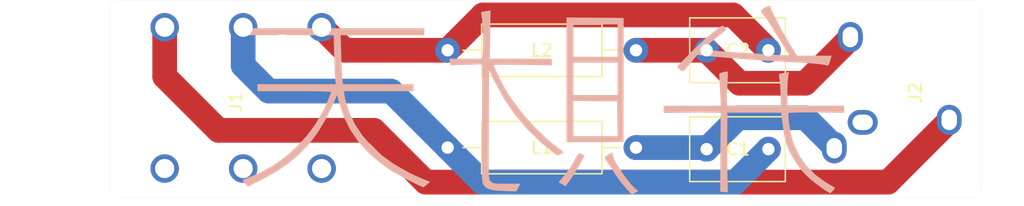
<source format=kicad_pcb>
(kicad_pcb (version 20171130) (host pcbnew "(5.0.2)-1")

  (general
    (thickness 1.6)
    (drawings 8)
    (tracks 33)
    (zones 0)
    (modules 7)
    (nets 6)
  )

  (page A4)
  (layers
    (0 F.Cu signal)
    (31 B.Cu signal)
    (32 B.Adhes user hide)
    (33 F.Adhes user hide)
    (34 B.Paste user hide)
    (35 F.Paste user hide)
    (36 B.SilkS user)
    (37 F.SilkS user)
    (38 B.Mask user hide)
    (39 F.Mask user)
    (40 Dwgs.User user)
    (41 Cmts.User user)
    (42 Eco1.User user)
    (43 Eco2.User user hide)
    (44 Edge.Cuts user)
    (45 Margin user)
    (46 B.CrtYd user)
    (47 F.CrtYd user)
    (48 B.Fab user)
    (49 F.Fab user)
  )

  (setup
    (last_trace_width 2)
    (trace_clearance 0.2)
    (zone_clearance 0.508)
    (zone_45_only no)
    (trace_min 0.2)
    (segment_width 0.2)
    (edge_width 0.01)
    (via_size 0.8)
    (via_drill 0.4)
    (via_min_size 0.4)
    (via_min_drill 0.3)
    (uvia_size 0.3)
    (uvia_drill 0.1)
    (uvias_allowed no)
    (uvia_min_size 0.2)
    (uvia_min_drill 0.1)
    (pcb_text_width 0.3)
    (pcb_text_size 1.5 1.5)
    (mod_edge_width 0.15)
    (mod_text_size 1 1)
    (mod_text_width 0.15)
    (pad_size 1.5 1.5)
    (pad_drill 0.6)
    (pad_to_mask_clearance 0)
    (solder_mask_min_width 0.25)
    (aux_axis_origin 0 0)
    (visible_elements 7FFFFFFF)
    (pcbplotparams
      (layerselection 0x010fc_ffffffff)
      (usegerberextensions false)
      (usegerberattributes false)
      (usegerberadvancedattributes false)
      (creategerberjobfile false)
      (excludeedgelayer true)
      (linewidth 0.100000)
      (plotframeref false)
      (viasonmask false)
      (mode 1)
      (useauxorigin false)
      (hpglpennumber 1)
      (hpglpenspeed 20)
      (hpglpendiameter 15.000000)
      (psnegative false)
      (psa4output false)
      (plotreference true)
      (plotvalue true)
      (plotinvisibletext false)
      (padsonsilk false)
      (subtractmaskfromsilk false)
      (outputformat 1)
      (mirror false)
      (drillshape 1)
      (scaleselection 1)
      (outputdirectory ""))
  )

  (net 0 "")
  (net 1 "Net-(C1-Pad2)")
  (net 2 "Net-(C1-Pad1)")
  (net 3 "Net-(C2-Pad1)")
  (net 4 "Net-(C2-Pad2)")
  (net 5 "Net-(J1-PadS)")

  (net_class Default "This is the default net class."
    (clearance 0.2)
    (trace_width 2)
    (via_dia 0.8)
    (via_drill 0.4)
    (uvia_dia 0.3)
    (uvia_drill 0.1)
    (add_net "Net-(C1-Pad1)")
    (add_net "Net-(C1-Pad2)")
    (add_net "Net-(C2-Pad1)")
    (add_net "Net-(C2-Pad2)")
    (add_net "Net-(J1-PadS)")
  )

  (module Capacitor_THT:C_Disc_D7.5mm_W5.0mm_P5.00mm (layer F.Cu) (tedit 5AE50EF0) (tstamp 5C3A7308)
    (at 159.260669 96.903815)
    (descr "C, Disc series, Radial, pin pitch=5.00mm, , diameter*width=7.5*5.0mm^2, Capacitor, http://www.vishay.com/docs/28535/vy2series.pdf")
    (tags "C Disc series Radial pin pitch 5.00mm  diameter 7.5mm width 5.0mm Capacitor")
    (path /5C2D36DE)
    (fp_text reference C1 (at 2.54 0) (layer F.SilkS)
      (effects (font (size 1 1) (thickness 0.15)))
    )
    (fp_text value C_Small (at 2.5 3.75) (layer F.Fab)
      (effects (font (size 1 1) (thickness 0.15)))
    )
    (fp_text user %R (at 2.5 0) (layer F.Fab)
      (effects (font (size 1 1) (thickness 0.15)))
    )
    (fp_line (start 6.5 -2.75) (end -1.5 -2.75) (layer F.CrtYd) (width 0.05))
    (fp_line (start 6.5 2.75) (end 6.5 -2.75) (layer F.CrtYd) (width 0.05))
    (fp_line (start -1.5 2.75) (end 6.5 2.75) (layer F.CrtYd) (width 0.05))
    (fp_line (start -1.5 -2.75) (end -1.5 2.75) (layer F.CrtYd) (width 0.05))
    (fp_line (start 6.37 -2.62) (end 6.37 2.62) (layer F.SilkS) (width 0.12))
    (fp_line (start -1.37 -2.62) (end -1.37 2.62) (layer F.SilkS) (width 0.12))
    (fp_line (start -1.37 2.62) (end 6.37 2.62) (layer F.SilkS) (width 0.12))
    (fp_line (start -1.37 -2.62) (end 6.37 -2.62) (layer F.SilkS) (width 0.12))
    (fp_line (start 6.25 -2.5) (end -1.25 -2.5) (layer F.Fab) (width 0.1))
    (fp_line (start 6.25 2.5) (end 6.25 -2.5) (layer F.Fab) (width 0.1))
    (fp_line (start -1.25 2.5) (end 6.25 2.5) (layer F.Fab) (width 0.1))
    (fp_line (start -1.25 -2.5) (end -1.25 2.5) (layer F.Fab) (width 0.1))
    (pad 2 thru_hole circle (at 5 0) (size 2 2) (drill 1) (layers *.Cu *.Mask)
      (net 1 "Net-(C1-Pad2)"))
    (pad 1 thru_hole circle (at 0 0) (size 2 2) (drill 1) (layers *.Cu *.Mask)
      (net 2 "Net-(C1-Pad1)"))
  )

  (module Capacitor_THT:C_Disc_D7.5mm_W5.0mm_P5.00mm (layer F.Cu) (tedit 5AE50EF0) (tstamp 5C3A731B)
    (at 159.260669 88.902815)
    (descr "C, Disc series, Radial, pin pitch=5.00mm, , diameter*width=7.5*5.0mm^2, Capacitor, http://www.vishay.com/docs/28535/vy2series.pdf")
    (tags "C Disc series Radial pin pitch 5.00mm  diameter 7.5mm width 5.0mm Capacitor")
    (path /5C2D363A)
    (fp_text reference C2 (at 2.54 0) (layer F.SilkS)
      (effects (font (size 1 1) (thickness 0.15)))
    )
    (fp_text value C_Small (at 2.5 3.75) (layer F.Fab)
      (effects (font (size 1 1) (thickness 0.15)))
    )
    (fp_line (start -1.25 -2.5) (end -1.25 2.5) (layer F.Fab) (width 0.1))
    (fp_line (start -1.25 2.5) (end 6.25 2.5) (layer F.Fab) (width 0.1))
    (fp_line (start 6.25 2.5) (end 6.25 -2.5) (layer F.Fab) (width 0.1))
    (fp_line (start 6.25 -2.5) (end -1.25 -2.5) (layer F.Fab) (width 0.1))
    (fp_line (start -1.37 -2.62) (end 6.37 -2.62) (layer F.SilkS) (width 0.12))
    (fp_line (start -1.37 2.62) (end 6.37 2.62) (layer F.SilkS) (width 0.12))
    (fp_line (start -1.37 -2.62) (end -1.37 2.62) (layer F.SilkS) (width 0.12))
    (fp_line (start 6.37 -2.62) (end 6.37 2.62) (layer F.SilkS) (width 0.12))
    (fp_line (start -1.5 -2.75) (end -1.5 2.75) (layer F.CrtYd) (width 0.05))
    (fp_line (start -1.5 2.75) (end 6.5 2.75) (layer F.CrtYd) (width 0.05))
    (fp_line (start 6.5 2.75) (end 6.5 -2.75) (layer F.CrtYd) (width 0.05))
    (fp_line (start 6.5 -2.75) (end -1.5 -2.75) (layer F.CrtYd) (width 0.05))
    (fp_text user %R (at 2.5 0) (layer F.Fab)
      (effects (font (size 1 1) (thickness 0.15)))
    )
    (pad 1 thru_hole circle (at 0 0) (size 2 2) (drill 1) (layers *.Cu *.Mask)
      (net 3 "Net-(C2-Pad1)"))
    (pad 2 thru_hole circle (at 5 0) (size 2 2) (drill 1) (layers *.Cu *.Mask)
      (net 4 "Net-(C2-Pad2)"))
  )

  (module "Mixed Lib:quarter inch TRS" (layer B.Cu) (tedit 5C2D23C0) (tstamp 5C3A7DDF)
    (at 111.161669 94.270815 270)
    (path /5C2D01B1)
    (fp_text reference J1 (at -1.177 -9.999 270) (layer F.SilkS)
      (effects (font (size 1 1) (thickness 0.15)))
    )
    (fp_text value AudioJack3 (at 0 0.5 270) (layer B.Fab)
      (effects (font (size 1 1) (thickness 0.15)) (justify mirror))
    )
    (fp_line (start -9.32 0) (end -9.32 -21.36) (layer Dwgs.User) (width 0.15))
    (fp_line (start 6.43 0) (end 6.43 -21.36) (layer Dwgs.User) (width 0.15))
    (fp_line (start 6.43 0) (end -9.32 0) (layer Dwgs.User) (width 0.15))
    (fp_line (start 4.4 -24.3) (end -4.4 -24.3) (layer Dwgs.User) (width 0.15))
    (fp_line (start 5.5 9) (end -5.5 9) (layer Dwgs.User) (width 0.15))
    (fp_line (start -5.5 9) (end -5.5 0) (layer Dwgs.User) (width 0.15))
    (fp_line (start 5 -21.36) (end 4.4 -24.3) (layer Dwgs.User) (width 0.15))
    (fp_line (start -5 -21.36) (end -4.4 -24.3) (layer Dwgs.User) (width 0.15))
    (fp_line (start 6.43 -21.36) (end -9.32 -21.36) (layer Dwgs.User) (width 0.15))
    (fp_line (start 5.5 9) (end 5.5 0) (layer Dwgs.User) (width 0.15))
    (pad SN thru_hole circle (at 4.2 -4.25 270) (size 2.3 2.3) (drill 1.55) (layers *.Cu *.Mask))
    (pad RN thru_hole circle (at 4.2 -10.6 270) (size 2.3 2.3) (drill 1.55) (layers *.Cu *.Mask))
    (pad TN thru_hole circle (at 4.2 -16.95 270) (size 2.3 2.3) (drill 1.55) (layers *.Cu *.Mask))
    (pad T thru_hole circle (at -7.23 -16.95 270) (size 2.3 2.3) (drill 1.55) (layers *.Cu *.Mask)
      (net 4 "Net-(C2-Pad2)"))
    (pad R thru_hole circle (at -7.23 -10.6 270) (size 2.3 2.3) (drill 1.55) (layers *.Cu *.Mask)
      (net 1 "Net-(C1-Pad2)"))
    (pad S thru_hole circle (at -7.23 -4.25 270) (size 2.3 2.3) (drill 1.55) (layers *.Cu *.Mask)
      (net 5 "Net-(J1-PadS)"))
    (pad "" np_thru_hole circle (at -7.23 -7.45 270) (size 2.1 2.1) (drill 2.1) (layers *.Cu *.Mask))
    (pad "" np_thru_hole circle (at 4.2 -7.45 270) (size 2.1 2.1) (drill 2.1) (layers *.Cu *.Mask))
    (pad "" np_thru_hole circle (at -5.1 -13.8 270) (size 3.1 3.1) (drill 3.1) (layers *.Cu *.Mask))
  )

  (module "Mixed Lib:KC-300848" (layer F.Cu) (tedit 5C2CFEA5) (tstamp 5C3A7659)
    (at 175.389669 92.331815 270)
    (path /5C2D302B)
    (fp_text reference J2 (at 0 -0.759331 270) (layer F.SilkS)
      (effects (font (size 1 1) (thickness 0.15)))
    )
    (fp_text value AudioJack3 (at 0 -6.5 270) (layer F.Fab)
      (effects (font (size 1 1) (thickness 0.15)))
    )
    (fp_line (start 6 5.8) (end 6 -6) (layer Dwgs.User) (width 0.15))
    (fp_line (start -6 5.8) (end -6 -6) (layer Dwgs.User) (width 0.15))
    (fp_line (start 6 -6) (end -6 -6) (layer Dwgs.User) (width 0.15))
    (fp_line (start 6 5.8) (end -6 5.8) (layer Dwgs.User) (width 0.15))
    (fp_line (start 3 -9.5) (end -3 -9.5) (layer Dwgs.User) (width 0.15))
    (fp_line (start 3 -9.5) (end 3 -6) (layer Dwgs.User) (width 0.15))
    (fp_line (start -3 -9.5) (end -3 -6) (layer Dwgs.User) (width 0.15))
    (pad B thru_hole oval (at 2.4 3.5 180) (size 2.43 2) (drill oval 1.65 1.25) (layers *.Cu *.Mask))
    (pad R thru_hole oval (at 4.5 5.8 270) (size 2.43 2) (drill oval 1.65 1.25) (layers *.Cu *.Mask)
      (net 2 "Net-(C1-Pad1)"))
    (pad T thru_hole oval (at -4.5 4.5 270) (size 2.43 2) (drill oval 1.65 1.25) (layers *.Cu *.Mask)
      (net 3 "Net-(C2-Pad1)"))
    (pad S thru_hole oval (at 2.2 -3.5 270) (size 2.43 2) (drill oval 1.65 1.25) (layers *.Cu *.Mask)
      (net 5 "Net-(J1-PadS)"))
  )

  (module Inductor_THT:L_Axial_L9.5mm_D4.0mm_P15.24mm_Horizontal_Fastron_SMCC (layer F.Cu) (tedit 5AE59B05) (tstamp 5C3A7BC7)
    (at 153.545669 96.776815 180)
    (descr "Inductor, Axial series, Axial, Horizontal, pin pitch=15.24mm, , length*diameter=9.5*4mm^2, Fastron, SMCC, http://cdn-reichelt.de/documents/datenblatt/B400/DS_SMCC_NEU.pdf, http://cdn-reichelt.de/documents/datenblatt/B400/LEADEDINDUCTORS.pdf")
    (tags "Inductor Axial series Axial Horizontal pin pitch 15.24mm  length 9.5mm diameter 4mm Fastron SMCC")
    (path /5C2D36D8)
    (fp_text reference L1 (at 7.62 0 180) (layer F.SilkS)
      (effects (font (size 1 1) (thickness 0.15)))
    )
    (fp_text value L_Small (at 7.62 3.12 180) (layer F.Fab)
      (effects (font (size 1 1) (thickness 0.15)))
    )
    (fp_text user %R (at 7.62 0 180) (layer F.Fab)
      (effects (font (size 1 1) (thickness 0.15)))
    )
    (fp_line (start 16.5 -2.25) (end -1.25 -2.25) (layer F.CrtYd) (width 0.05))
    (fp_line (start 16.5 2.25) (end 16.5 -2.25) (layer F.CrtYd) (width 0.05))
    (fp_line (start -1.25 2.25) (end 16.5 2.25) (layer F.CrtYd) (width 0.05))
    (fp_line (start -1.25 -2.25) (end -1.25 2.25) (layer F.CrtYd) (width 0.05))
    (fp_line (start 14 0) (end 12.49 0) (layer F.SilkS) (width 0.12))
    (fp_line (start 1.24 0) (end 2.75 0) (layer F.SilkS) (width 0.12))
    (fp_line (start 12.49 -2.12) (end 2.75 -2.12) (layer F.SilkS) (width 0.12))
    (fp_line (start 12.49 2.12) (end 12.49 -2.12) (layer F.SilkS) (width 0.12))
    (fp_line (start 2.75 2.12) (end 12.49 2.12) (layer F.SilkS) (width 0.12))
    (fp_line (start 2.75 -2.12) (end 2.75 2.12) (layer F.SilkS) (width 0.12))
    (fp_line (start 15.24 0) (end 12.37 0) (layer F.Fab) (width 0.1))
    (fp_line (start 0 0) (end 2.87 0) (layer F.Fab) (width 0.1))
    (fp_line (start 12.37 -2) (end 2.87 -2) (layer F.Fab) (width 0.1))
    (fp_line (start 12.37 2) (end 12.37 -2) (layer F.Fab) (width 0.1))
    (fp_line (start 2.87 2) (end 12.37 2) (layer F.Fab) (width 0.1))
    (fp_line (start 2.87 -2) (end 2.87 2) (layer F.Fab) (width 0.1))
    (pad 2 thru_hole oval (at 15.24 0 180) (size 2 2) (drill 1) (layers *.Cu *.Mask)
      (net 1 "Net-(C1-Pad2)"))
    (pad 1 thru_hole circle (at 0 0 180) (size 2 2) (drill 1) (layers *.Cu *.Mask)
      (net 2 "Net-(C1-Pad1)"))
  )

  (module Inductor_THT:L_Axial_L9.5mm_D4.0mm_P15.24mm_Horizontal_Fastron_SMCC (layer F.Cu) (tedit 5AE59B05) (tstamp 5C3A736F)
    (at 153.545669 88.902815 180)
    (descr "Inductor, Axial series, Axial, Horizontal, pin pitch=15.24mm, , length*diameter=9.5*4mm^2, Fastron, SMCC, http://cdn-reichelt.de/documents/datenblatt/B400/DS_SMCC_NEU.pdf, http://cdn-reichelt.de/documents/datenblatt/B400/LEADEDINDUCTORS.pdf")
    (tags "Inductor Axial series Axial Horizontal pin pitch 15.24mm  length 9.5mm diameter 4mm Fastron SMCC")
    (path /5C2D3543)
    (fp_text reference L2 (at 7.62 0 180) (layer F.SilkS)
      (effects (font (size 1 1) (thickness 0.15)))
    )
    (fp_text value L_Small (at 7.62 3.12 180) (layer F.Fab)
      (effects (font (size 1 1) (thickness 0.15)))
    )
    (fp_line (start 2.87 -2) (end 2.87 2) (layer F.Fab) (width 0.1))
    (fp_line (start 2.87 2) (end 12.37 2) (layer F.Fab) (width 0.1))
    (fp_line (start 12.37 2) (end 12.37 -2) (layer F.Fab) (width 0.1))
    (fp_line (start 12.37 -2) (end 2.87 -2) (layer F.Fab) (width 0.1))
    (fp_line (start 0 0) (end 2.87 0) (layer F.Fab) (width 0.1))
    (fp_line (start 15.24 0) (end 12.37 0) (layer F.Fab) (width 0.1))
    (fp_line (start 2.75 -2.12) (end 2.75 2.12) (layer F.SilkS) (width 0.12))
    (fp_line (start 2.75 2.12) (end 12.49 2.12) (layer F.SilkS) (width 0.12))
    (fp_line (start 12.49 2.12) (end 12.49 -2.12) (layer F.SilkS) (width 0.12))
    (fp_line (start 12.49 -2.12) (end 2.75 -2.12) (layer F.SilkS) (width 0.12))
    (fp_line (start 1.24 0) (end 2.75 0) (layer F.SilkS) (width 0.12))
    (fp_line (start 14 0) (end 12.49 0) (layer F.SilkS) (width 0.12))
    (fp_line (start -1.25 -2.25) (end -1.25 2.25) (layer F.CrtYd) (width 0.05))
    (fp_line (start -1.25 2.25) (end 16.5 2.25) (layer F.CrtYd) (width 0.05))
    (fp_line (start 16.5 2.25) (end 16.5 -2.25) (layer F.CrtYd) (width 0.05))
    (fp_line (start 16.5 -2.25) (end -1.25 -2.25) (layer F.CrtYd) (width 0.05))
    (fp_text user %R (at 7.62 0 180) (layer F.Fab)
      (effects (font (size 1 1) (thickness 0.15)))
    )
    (pad 1 thru_hole circle (at 0 0 180) (size 2 2) (drill 1) (layers *.Cu *.Mask)
      (net 3 "Net-(C2-Pad1)"))
    (pad 2 thru_hole oval (at 15.24 0 180) (size 2 2) (drill 1) (layers *.Cu *.Mask)
      (net 4 "Net-(C2-Pad2)"))
    (model ${KISYS3DMOD}/Inductor_THT.3dshapes/L_Axial_L9.5mm_D4.0mm_P15.24mm_Horizontal_Fastron_SMsCC.wrl
      (at (xyz 0 0 0))
      (scale (xyz 1 1 1))
      (rotate (xyz 0 0 0))
    )
  )

  (module "Mixed Lib:GRAPHIC1" (layer B.Cu) (tedit 0) (tstamp 5C3B0B7E)
    (at 146.179669 92.839815 180)
    (fp_text reference G*** (at 0 0 180) (layer B.SilkS) hide
      (effects (font (size 1.524 1.524) (thickness 0.3)) (justify mirror))
    )
    (fp_text value LOGO (at 0.75 0 180) (layer B.SilkS) hide
      (effects (font (size 1.524 1.524) (thickness 0.3)) (justify mirror))
    )
    (fp_poly (pts (xy -17.915559 7.448361) (xy -17.776838 7.380262) (xy -17.552153 7.239326) (xy -17.476841 7.10505)
      (xy -17.545395 6.94924) (xy -17.667494 6.820243) (xy -17.79797 6.667861) (xy -17.977322 6.419319)
      (xy -18.176108 6.116542) (xy -18.276457 5.953125) (xy -18.490516 5.600626) (xy -18.753524 5.174906)
      (xy -19.02819 4.736027) (xy -19.222402 4.429669) (xy -19.427048 4.106074) (xy -19.596315 3.832507)
      (xy -19.713959 3.63566) (xy -19.763734 3.542223) (xy -19.764375 3.539185) (xy -19.691574 3.524145)
      (xy -19.498504 3.521644) (xy -19.223163 3.531862) (xy -19.149219 3.536218) (xy -18.894236 3.552048)
      (xy -18.511692 3.575493) (xy -18.032492 3.604676) (xy -17.487544 3.637716) (xy -16.907751 3.672735)
      (xy -16.549688 3.694294) (xy -15.940951 3.732425) (xy -15.327135 3.773613) (xy -14.744503 3.815226)
      (xy -14.229316 3.854629) (xy -13.817837 3.889191) (xy -13.65929 3.904136) (xy -12.753267 3.994652)
      (xy -13.18304 4.377981) (xy -13.466937 4.622617) (xy -13.807082 4.903442) (xy -14.132396 5.161831)
      (xy -14.148594 5.174341) (xy -14.391567 5.367285) (xy -14.577035 5.525297) (xy -14.675718 5.62299)
      (xy -14.684375 5.638884) (xy -14.631829 5.724698) (xy -14.5262 5.833544) (xy -14.443588 5.898466)
      (xy -14.362379 5.914605) (xy -14.250114 5.869583) (xy -14.074334 5.751022) (xy -13.831668 5.568674)
      (xy -13.228145 5.080918) (xy -12.571011 4.499019) (xy -11.898747 3.858143) (xy -11.360186 3.310125)
      (xy -10.695058 2.611813) (xy -10.877928 2.417157) (xy -11.026441 2.284194) (xy -11.140353 2.224006)
      (xy -11.14618 2.223685) (xy -11.227775 2.282583) (xy -11.383171 2.441254) (xy -11.58866 2.674201)
      (xy -11.780101 2.905472) (xy -12.328639 3.586075) (xy -12.653226 3.540956) (xy -13.091456 3.487444)
      (xy -13.671708 3.428299) (xy -14.377402 3.364784) (xy -15.191959 3.298159) (xy -16.0988 3.229686)
      (xy -17.081346 3.160627) (xy -18.123019 3.092243) (xy -19.207238 3.025796) (xy -20.09008 2.975104)
      (xy -20.678145 2.940144) (xy -21.226376 2.903372) (xy -21.711142 2.866702) (xy -22.108812 2.832047)
      (xy -22.395758 2.801321) (xy -22.548348 2.776437) (xy -22.550181 2.775923) (xy -22.747309 2.724036)
      (xy -22.873792 2.699132) (xy -22.881285 2.69875) (xy -22.958406 2.774005) (xy -23.046629 2.985832)
      (xy -23.127703 3.274219) (xy -23.180525 3.492501) (xy -21.795399 3.4925) (xy -20.410273 3.4925)
      (xy -19.843786 4.385469) (xy -19.626334 4.741073) (xy -19.388867 5.150931) (xy -19.144417 5.59008)
      (xy -18.906012 6.033557) (xy -18.686684 6.456398) (xy -18.49946 6.83364) (xy -18.357373 7.140319)
      (xy -18.27345 7.351472) (xy -18.25625 7.426962) (xy -18.225895 7.518417) (xy -18.119829 7.52628)
      (xy -17.915559 7.448361)) (layer B.SilkS) (width 0.01))
    (fp_poly (pts (xy -1.74625 -3.4925) (xy -4.048125 -3.4925) (xy -4.634377 -3.491187) (xy -5.165766 -3.487478)
      (xy -5.622528 -3.481711) (xy -5.984899 -3.474228) (xy -6.233114 -3.465368) (xy -6.347408 -3.455473)
      (xy -6.352748 -3.452812) (xy -6.353273 -3.368576) (xy -6.353852 -3.139147) (xy -6.354062 -3.01625)
      (xy -5.877414 -3.01625) (xy -2.301875 -3.01625) (xy -2.301875 -0.155712) (xy -4.067969 -0.177075)
      (xy -5.834063 -0.198437) (xy -5.855738 -1.607343) (xy -5.877414 -3.01625) (xy -6.354062 -3.01625)
      (xy -6.354471 -2.778085) (xy -6.355114 -2.298947) (xy -6.355766 -1.715291) (xy -6.356413 -1.040675)
      (xy -6.35704 -0.288657) (xy -6.357631 0.527204) (xy -6.358172 1.393351) (xy -6.358271 1.567657)
      (xy -6.359033 2.936875) (xy -5.87375 2.936875) (xy -5.87375 0.3175) (xy -2.301875 0.3175)
      (xy -2.301875 2.936875) (xy -5.87375 2.936875) (xy -6.359033 2.936875) (xy -6.360758 6.0325)
      (xy -5.87375 6.0325) (xy -5.87375 3.413125) (xy -2.301875 3.413125) (xy -2.301875 6.0325)
      (xy -5.87375 6.0325) (xy -6.360758 6.0325) (xy -6.361046 6.548438) (xy -4.053648 6.569481)
      (xy -1.74625 6.590523) (xy -1.74625 -3.4925)) (layer B.SilkS) (width 0.01))
    (fp_poly (pts (xy -2.753903 -4.406022) (xy -2.67101 -4.482929) (xy -2.564987 -4.658304) (xy -2.446383 -4.881562)
      (xy -2.232046 -5.251436) (xy -1.960413 -5.666767) (xy -1.672542 -6.068027) (xy -1.409488 -6.395688)
      (xy -1.376374 -6.432968) (xy -1.108442 -6.729537) (xy -1.666114 -7.058571) (xy -1.975084 -6.644754)
      (xy -2.121217 -6.434976) (xy -2.304036 -6.152146) (xy -2.505736 -5.826405) (xy -2.708507 -5.487895)
      (xy -2.894544 -5.166759) (xy -3.046038 -4.893138) (xy -3.145183 -4.697175) (xy -3.175 -4.613682)
      (xy -3.110786 -4.538689) (xy -2.963914 -4.453679) (xy -2.84207 -4.4041) (xy -2.753903 -4.406022)) (layer B.SilkS) (width 0.01))
    (fp_poly (pts (xy 24.13 5.159375) (xy 17.090537 5.159375) (xy 17.039906 3.353594) (xy 17.023118 2.824238)
      (xy 17.004096 2.340198) (xy 16.984129 1.926777) (xy 16.964505 1.60928) (xy 16.946515 1.41301)
      (xy 16.938817 1.369219) (xy 16.888359 1.190625) (xy 23.256875 1.190625) (xy 23.256875 0.635)
      (xy 20.280312 0.635) (xy 19.610581 0.633313) (xy 18.993481 0.628504) (xy 18.446364 0.620958)
      (xy 17.986584 0.611058) (xy 17.631495 0.599186) (xy 17.398448 0.585726) (xy 17.304798 0.57106)
      (xy 17.30375 0.56931) (xy 17.335429 0.448075) (xy 17.420506 0.219011) (xy 17.544036 -0.082424)
      (xy 17.691075 -0.420771) (xy 17.846678 -0.760574) (xy 17.979363 -1.033712) (xy 18.580428 -2.063592)
      (xy 19.31066 -3.037022) (xy 20.150186 -3.936169) (xy 21.079134 -4.743196) (xy 22.077633 -5.440268)
      (xy 23.12581 -6.00955) (xy 23.867658 -6.318534) (xy 24.140733 -6.424052) (xy 24.343931 -6.513863)
      (xy 24.441332 -6.571767) (xy 24.444991 -6.578913) (xy 24.39568 -6.664425) (xy 24.276286 -6.816072)
      (xy 24.236733 -6.861936) (xy 24.030984 -7.096061) (xy 22.902987 -6.526702) (xy 21.784707 -5.908578)
      (xy 20.793429 -5.241284) (xy 19.914266 -4.508407) (xy 19.132328 -3.693532) (xy 18.432726 -2.780245)
      (xy 17.800571 -1.752131) (xy 17.220976 -0.592777) (xy 16.946881 0.039688) (xy 16.81529 0.357188)
      (xy 16.621092 -0.396875) (xy 16.265678 -1.460916) (xy 15.763129 -2.470446) (xy 15.117081 -3.420646)
      (xy 14.331174 -4.306693) (xy 13.409043 -5.123767) (xy 12.626549 -5.690865) (xy 12.404111 -5.828756)
      (xy 12.097936 -6.004692) (xy 11.734724 -6.20482) (xy 11.341176 -6.415288) (xy 10.943994 -6.622242)
      (xy 10.569876 -6.81183) (xy 10.245525 -6.970199) (xy 9.997641 -7.083495) (xy 9.852924 -7.137867)
      (xy 9.832414 -7.140524) (xy 9.759559 -7.091801) (xy 9.612358 -6.97351) (xy 9.549241 -6.920133)
      (xy 9.29567 -6.702968) (xy 9.787366 -6.515784) (xy 10.063779 -6.401071) (xy 10.428313 -6.236638)
      (xy 10.82857 -6.04663) (xy 11.130179 -5.897054) (xy 12.224795 -5.270839) (xy 13.203853 -4.563775)
      (xy 14.061125 -3.783475) (xy 14.790381 -2.937552) (xy 15.385395 -2.03362) (xy 15.839938 -1.079293)
      (xy 16.147781 -0.082185) (xy 16.230166 0.337344) (xy 16.279068 0.635) (xy 10.63625 0.635)
      (xy 10.63625 1.190625) (xy 16.332743 1.190625) (xy 16.379503 1.408907) (xy 16.39559 1.550485)
      (xy 16.414406 1.824381) (xy 16.434605 2.204214) (xy 16.454842 2.663606) (xy 16.47377 3.176174)
      (xy 16.480769 3.393282) (xy 16.535274 5.159376) (xy 13.149199 5.159376) (xy 9.763125 5.159375)
      (xy 9.763125 5.715) (xy 24.13 5.715) (xy 24.13 5.159375)) (layer B.SilkS) (width 0.01))
    (fp_poly (pts (xy 4.7625 7.102719) (xy 4.982211 7.065254) (xy 5.124339 7.032098) (xy 5.148433 7.02159)
      (xy 5.150615 6.935277) (xy 5.128206 6.736998) (xy 5.088901 6.486732) (xy 5.056128 6.212628)
      (xy 5.030524 5.831819) (xy 5.012592 5.383097) (xy 5.002835 4.905253) (xy 5.001755 4.437081)
      (xy 5.009855 4.017372) (xy 5.027638 3.684917) (xy 5.050234 3.502422) (xy 5.099843 3.254375)
      (xy 7.709433 3.254375) (xy 7.68456 2.996407) (xy 7.659687 2.738438) (xy 6.362263 2.768983)
      (xy 5.064838 2.799527) (xy 5.091137 -1.959039) (xy 5.096368 -2.951309) (xy 5.100056 -3.797142)
      (xy 5.101923 -4.50885) (xy 5.101689 -5.098741) (xy 5.099078 -5.579124) (xy 5.093812 -5.962309)
      (xy 5.085611 -6.260606) (xy 5.074199 -6.486323) (xy 5.059298 -6.651771) (xy 5.040629 -6.769257)
      (xy 5.017915 -6.851093) (xy 4.990877 -6.909587) (xy 4.978907 -6.929026) (xy 4.830856 -7.112093)
      (xy 4.644669 -7.245847) (xy 4.393489 -7.338658) (xy 4.050462 -7.398895) (xy 3.588734 -7.434929)
      (xy 3.320207 -7.44598) (xy 2.314477 -7.479628) (xy 2.157884 -7.172782) (xy 2.00129 -6.865937)
      (xy 3.101596 -6.865937) (xy 3.54374 -6.864249) (xy 3.855886 -6.8566) (xy 4.066771 -6.839114)
      (xy 4.205135 -6.807911) (xy 4.299715 -6.759116) (xy 4.373832 -6.694288) (xy 4.41345 -6.655046)
      (xy 4.447381 -6.614516) (xy 4.475998 -6.560947) (xy 4.499674 -6.48259) (xy 4.51878 -6.367694)
      (xy 4.53369 -6.204508) (xy 4.544775 -5.981282) (xy 4.552409 -5.686265) (xy 4.556963 -5.307706)
      (xy 4.558811 -4.833856) (xy 4.558324 -4.252963) (xy 4.555874 -3.553277) (xy 4.551836 -2.723048)
      (xy 4.54658 -1.750525) (xy 4.544218 -1.318684) (xy 4.524375 2.323568) (xy 4.059716 1.380066)
      (xy 3.313506 0.024619) (xy 2.457907 -1.227781) (xy 1.482501 -2.389803) (xy 0.376869 -3.474115)
      (xy -0.602769 -4.289755) (xy -0.82428 -4.457485) (xy -0.967387 -4.540421) (xy -1.078436 -4.551956)
      (xy -1.20377 -4.505478) (xy -1.257613 -4.478969) (xy -1.423519 -4.388558) (xy -1.506079 -4.32858)
      (xy -1.508125 -4.323691) (xy -1.449047 -4.26621) (xy -1.289458 -4.134806) (xy -1.055823 -3.950837)
      (xy -0.853282 -3.795284) (xy -0.04209 -3.120509) (xy 0.772366 -2.335841) (xy 1.557598 -1.478128)
      (xy 2.281117 -0.58422) (xy 2.910438 0.309035) (xy 3.239078 0.846396) (xy 3.416603 1.170242)
      (xy 3.601939 1.531067) (xy 3.779977 1.896576) (xy 3.935606 2.234478) (xy 4.053717 2.512478)
      (xy 4.119198 2.698284) (xy 4.1275 2.745133) (xy 4.051403 2.757787) (xy 3.836153 2.766855)
      (xy 3.501307 2.7722) (xy 3.066424 2.773684) (xy 2.551063 2.771171) (xy 1.974783 2.764522)
      (xy 1.785937 2.761585) (xy -0.555625 2.722953) (xy -0.555625 3.254375) (xy 4.459422 3.254375)
      (xy 4.432367 5.205144) (xy 4.405312 7.155912) (xy 4.7625 7.102719)) (layer B.SilkS) (width 0.01))
    (fp_poly (pts (xy -14.531911 2.183796) (xy -14.433552 2.165167) (xy -14.218748 2.110463) (xy -14.122563 2.041047)
      (xy -14.105785 1.925137) (xy -14.107757 1.901114) (xy -14.118135 1.753047) (xy -14.133686 1.481313)
      (xy -14.152532 1.120842) (xy -14.172799 0.70656) (xy -14.178947 0.575469) (xy -14.231442 -0.555624)
      (xy -11.917909 -0.555625) (xy -9.604375 -0.555625) (xy -9.604375 -1.130449) (xy -10.973594 -1.108669)
      (xy -11.516127 -1.101784) (xy -12.090099 -1.097456) (xy -12.640293 -1.095915) (xy -13.111491 -1.097389)
      (xy -13.280856 -1.09907) (xy -14.2189 -1.11125) (xy -14.201269 -4.306093) (xy -14.183639 -7.500937)
      (xy -14.485127 -7.526254) (xy -14.786616 -7.551571) (xy -14.757186 -5.660941) (xy -14.749113 -5.02483)
      (xy -14.743651 -4.346075) (xy -14.740971 -3.672512) (xy -14.741241 -3.051979) (xy -14.744633 -2.532313)
      (xy -14.745753 -2.440781) (xy -14.76375 -1.11125) (xy -16.941699 -1.11125) (xy -19.119648 -1.111249)
      (xy -19.161196 -1.448593) (xy -19.246079 -2.112697) (xy -19.323158 -2.646226) (xy -19.398974 -3.076708)
      (xy -19.480063 -3.431669) (xy -19.572966 -3.738636) (xy -19.68422 -4.025135) (xy -19.820365 -4.318694)
      (xy -19.863538 -4.405312) (xy -20.311699 -5.178939) (xy -20.838673 -5.859029) (xy -21.244702 -6.279858)
      (xy -21.479565 -6.490494) (xy -21.769292 -6.72783) (xy -22.085951 -6.971693) (xy -22.401614 -7.201908)
      (xy -22.688348 -7.398301) (xy -22.918222 -7.540697) (xy -23.063307 -7.608921) (xy -23.088466 -7.611618)
      (xy -23.170487 -7.553302) (xy -23.307021 -7.421279) (xy -23.329313 -7.397639) (xy -23.434647 -7.257381)
      (xy -23.451363 -7.172312) (xy -23.441136 -7.165482) (xy -23.342894 -7.114627) (xy -23.143305 -6.99938)
      (xy -22.875767 -6.839287) (xy -22.694011 -6.728289) (xy -21.884551 -6.140634) (xy -21.193211 -5.448598)
      (xy -20.62524 -4.658783) (xy -20.185887 -3.77779) (xy -20.04637 -3.398446) (xy -19.960636 -3.097303)
      (xy -19.878904 -2.733657) (xy -19.806093 -2.341363) (xy -19.747124 -1.954278) (xy -19.706915 -1.606259)
      (xy -19.690388 -1.331163) (xy -19.702462 -1.162844) (xy -19.717069 -1.13231) (xy -19.809394 -1.117207)
      (xy -20.039596 -1.104902) (xy -20.38682 -1.095766) (xy -20.830213 -1.090171) (xy -21.348919 -1.088489)
      (xy -21.922085 -1.091093) (xy -21.993703 -1.091712) (xy -24.209375 -1.111862) (xy -24.209375 -0.555625)
      (xy -19.605625 -0.555625) (xy -19.610357 0.416719) (xy -19.61752 0.836738) (xy -19.633367 1.238246)
      (xy -19.655464 1.57262) (xy -19.678255 1.773386) (xy -19.741421 2.157708) (xy -19.375867 2.103001)
      (xy -19.148198 2.064401) (xy -18.992789 2.029686) (xy -18.961289 2.018143) (xy -18.944546 1.929426)
      (xy -18.956843 1.737381) (xy -18.974944 1.609153) (xy -19.004343 1.370023) (xy -19.034064 1.024523)
      (xy -19.060034 0.624974) (xy -19.073956 0.337344) (xy -19.110288 -0.555625) (xy -16.938532 -0.555625)
      (xy -14.766775 -0.555624) (xy -14.72264 -0.377031) (xy -14.711438 -0.236821) (xy -14.710334 0.028692)
      (xy -14.718758 0.386421) (xy -14.73614 0.803278) (xy -14.746212 0.992188) (xy -14.768677 1.408759)
      (xy -14.785579 1.765249) (xy -14.795766 2.033496) (xy -14.798085 2.185336) (xy -14.795979 2.208741)
      (xy -14.715103 2.210232) (xy -14.531911 2.183796)) (layer B.SilkS) (width 0.01))
    (fp_poly (pts (xy -5.299498 -4.405158) (xy -5.121622 -4.499855) (xy -4.953261 -4.613855) (xy -4.851345 -4.7113)
      (xy -4.841875 -4.736044) (xy -4.885532 -4.855318) (xy -4.9972 -5.047824) (xy -5.085593 -5.177749)
      (xy -5.245622 -5.408731) (xy -5.450554 -5.716187) (xy -5.661585 -6.041706) (xy -5.706199 -6.111875)
      (xy -5.885713 -6.375171) (xy -6.107397 -6.670677) (xy -6.348538 -6.971672) (xy -6.586421 -7.251438)
      (xy -6.798331 -7.483256) (xy -6.961554 -7.640409) (xy -7.053082 -7.696197) (xy -7.152077 -7.659582)
      (xy -7.320761 -7.57553) (xy -7.326835 -7.572246) (xy -7.549607 -7.451474) (xy -7.351602 -7.295723)
      (xy -7.116186 -7.074256) (xy -6.839225 -6.757066) (xy -6.542086 -6.375268) (xy -6.24614 -5.959975)
      (xy -5.972757 -5.542302) (xy -5.743304 -5.153362) (xy -5.579152 -4.82427) (xy -5.505447 -4.607699)
      (xy -5.464196 -4.43962) (xy -5.430957 -4.365778) (xy -5.429959 -4.365625) (xy -5.299498 -4.405158)) (layer B.SilkS) (width 0.01))
  )

  (gr_line (start 181.485669 85.600815) (end 181.485669 100.078815) (layer Edge.Cuts) (width 0.01))
  (gr_line (start 111.762669 84.838815) (end 180.723669 84.838815) (layer Edge.Cuts) (width 0.01))
  (gr_line (start 111.000669 100.078815) (end 111.000669 85.600815) (layer Edge.Cuts) (width 0.01))
  (gr_line (start 180.723669 100.840815) (end 111.762669 100.840815) (layer Edge.Cuts) (width 0.01))
  (gr_arc (start 180.723669 85.600815) (end 180.723669 84.838815) (angle 90) (layer Edge.Cuts) (width 0.01) (tstamp 5C3A7CB9))
  (gr_arc (start 180.723669 100.078815) (end 181.485669 100.078815) (angle 90) (layer Edge.Cuts) (width 0.01) (tstamp 5C3A7CB0))
  (gr_arc (start 111.762669 100.078815) (end 111.000669 100.078815) (angle -90) (layer Edge.Cuts) (width 0.01) (tstamp 5C3A7CA9))
  (gr_arc (start 111.762669 85.600815) (end 111.762669 84.838815) (angle -90) (layer Edge.Cuts) (width 0.01))

  (segment (start 138.305669 96.776815) (end 141.099669 99.570815) (width 2) (layer B.Cu) (net 1))
  (segment (start 161.593669 99.570815) (end 164.260669 96.903815) (width 2) (layer B.Cu) (net 1))
  (segment (start 141.099669 99.570815) (end 161.593669 99.570815) (width 2) (layer B.Cu) (net 1))
  (segment (start 133.733669 92.204815) (end 138.305669 96.776815) (width 2) (layer B.Cu) (net 1))
  (segment (start 123.827669 92.204815) (end 133.733669 92.204815) (width 2) (layer B.Cu) (net 1))
  (segment (start 121.761669 87.040815) (end 121.761669 90.138815) (width 2) (layer B.Cu) (net 1))
  (segment (start 121.761669 90.138815) (end 123.827669 92.204815) (width 2) (layer B.Cu) (net 1))
  (segment (start 159.133669 96.776815) (end 159.260669 96.903815) (width 2) (layer B.Cu) (net 2))
  (segment (start 153.545669 96.776815) (end 159.133669 96.776815) (width 2) (layer B.Cu) (net 2))
  (segment (start 169.589669 96.489815) (end 169.589669 96.704815) (width 2) (layer B.Cu) (net 2))
  (segment (start 169.589669 96.704815) (end 169.589669 96.691815) (width 2) (layer B.Cu) (net 2))
  (segment (start 161.800669 94.363815) (end 159.260669 96.903815) (width 2) (layer B.Cu) (net 2))
  (segment (start 167.261669 94.363815) (end 161.800669 94.363815) (width 2) (layer B.Cu) (net 2))
  (segment (start 169.589669 96.691815) (end 167.261669 94.363815) (width 2) (layer B.Cu) (net 2))
  (segment (start 169.589669 96.831815) (end 169.589669 96.691815) (width 2) (layer B.Cu) (net 2))
  (segment (start 153.545669 88.902815) (end 159.260669 88.902815) (width 2) (layer F.Cu) (net 3))
  (segment (start 170.889669 87.919815) (end 170.889669 87.704815) (width 2) (layer F.Cu) (net 3))
  (segment (start 161.927669 91.569815) (end 159.260669 88.902815) (width 2) (layer F.Cu) (net 3))
  (segment (start 167.239669 91.569815) (end 161.927669 91.569815) (width 2) (layer F.Cu) (net 3))
  (segment (start 170.889669 87.919815) (end 167.239669 91.569815) (width 2) (layer F.Cu) (net 3))
  (segment (start 170.889669 87.831815) (end 170.889669 87.919815) (width 2) (layer F.Cu) (net 3))
  (segment (start 129.973669 88.902815) (end 128.111669 87.040815) (width 2) (layer F.Cu) (net 4))
  (segment (start 138.305669 88.902815) (end 129.973669 88.902815) (width 2) (layer F.Cu) (net 4))
  (segment (start 161.401679 86.043825) (end 164.260669 88.902815) (width 2) (layer F.Cu) (net 4))
  (segment (start 138.305669 88.902815) (end 141.164659 86.043825) (width 2) (layer F.Cu) (net 4))
  (segment (start 141.164659 86.043825) (end 161.401679 86.043825) (width 2) (layer F.Cu) (net 4))
  (segment (start 178.889669 94.619815) (end 178.889669 94.404815) (width 2) (layer F.Cu) (net 5))
  (segment (start 115.411669 91.027815) (end 119.763669 95.379815) (width 2) (layer F.Cu) (net 5))
  (segment (start 115.411669 87.040815) (end 115.411669 91.027815) (width 2) (layer F.Cu) (net 5))
  (segment (start 119.763669 95.379815) (end 132.336669 95.379815) (width 2) (layer F.Cu) (net 5))
  (segment (start 136.527669 99.570815) (end 173.938669 99.570815) (width 2) (layer F.Cu) (net 5))
  (segment (start 173.938669 99.570815) (end 178.889669 94.619815) (width 2) (layer F.Cu) (net 5))
  (segment (start 132.336669 95.379815) (end 136.527669 99.570815) (width 2) (layer F.Cu) (net 5))

)

</source>
